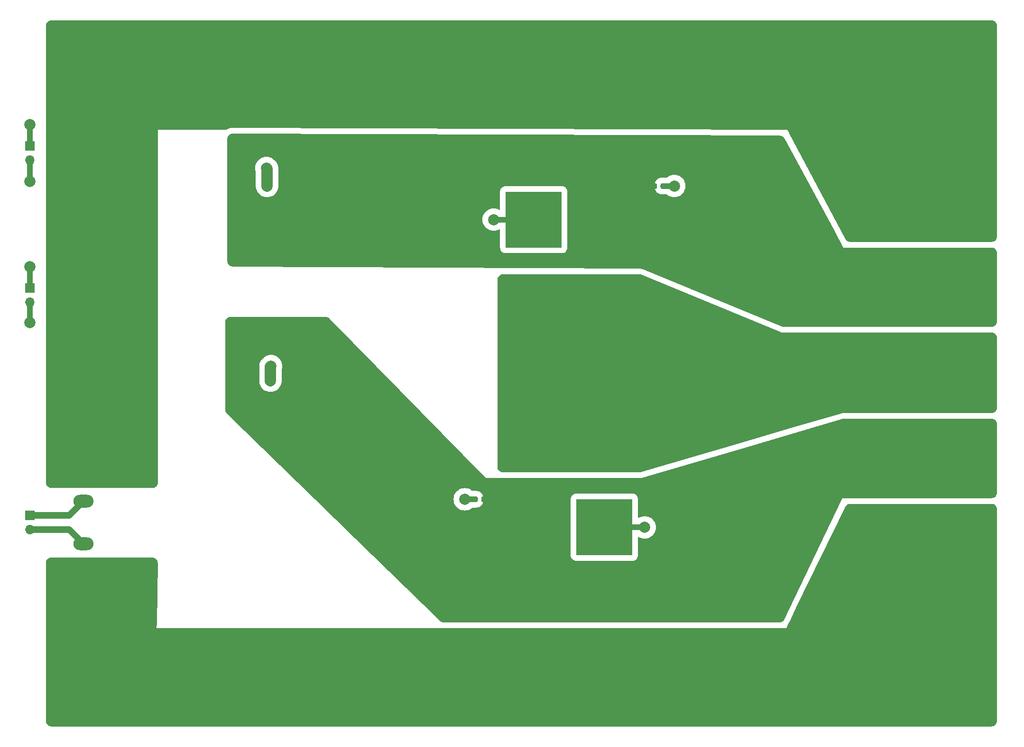
<source format=gbr>
G04 #@! TF.GenerationSoftware,KiCad,Pcbnew,7.0.7*
G04 #@! TF.CreationDate,2023-10-24T13:27:02-04:00*
G04 #@! TF.ProjectId,SchineLab_CoilFET_Board,53636869-6e65-44c6-9162-5f436f696c46,rev?*
G04 #@! TF.SameCoordinates,Original*
G04 #@! TF.FileFunction,Copper,L2,Bot*
G04 #@! TF.FilePolarity,Positive*
%FSLAX46Y46*%
G04 Gerber Fmt 4.6, Leading zero omitted, Abs format (unit mm)*
G04 Created by KiCad (PCBNEW 7.0.7) date 2023-10-24 13:27:02*
%MOMM*%
%LPD*%
G01*
G04 APERTURE LIST*
G04 Aperture macros list*
%AMRoundRect*
0 Rectangle with rounded corners*
0 $1 Rounding radius*
0 $2 $3 $4 $5 $6 $7 $8 $9 X,Y pos of 4 corners*
0 Add a 4 corners polygon primitive as box body*
4,1,4,$2,$3,$4,$5,$6,$7,$8,$9,$2,$3,0*
0 Add four circle primitives for the rounded corners*
1,1,$1+$1,$2,$3*
1,1,$1+$1,$4,$5*
1,1,$1+$1,$6,$7*
1,1,$1+$1,$8,$9*
0 Add four rect primitives between the rounded corners*
20,1,$1+$1,$2,$3,$4,$5,0*
20,1,$1+$1,$4,$5,$6,$7,0*
20,1,$1+$1,$6,$7,$8,$9,0*
20,1,$1+$1,$8,$9,$2,$3,0*%
G04 Aperture macros list end*
G04 #@! TA.AperFunction,ComponentPad*
%ADD10O,4.200000X2.500000*%
G04 #@! TD*
G04 #@! TA.AperFunction,ComponentPad*
%ADD11C,2.000000*%
G04 #@! TD*
G04 #@! TA.AperFunction,ComponentPad*
%ADD12R,10.000000X10.000000*%
G04 #@! TD*
G04 #@! TA.AperFunction,ComponentPad*
%ADD13O,4.000000X2.800000*%
G04 #@! TD*
G04 #@! TA.AperFunction,ComponentPad*
%ADD14O,3.600000X2.300000*%
G04 #@! TD*
G04 #@! TA.AperFunction,ComponentPad*
%ADD15R,1.700000X1.700000*%
G04 #@! TD*
G04 #@! TA.AperFunction,ComponentPad*
%ADD16O,1.700000X1.700000*%
G04 #@! TD*
G04 #@! TA.AperFunction,SMDPad,CuDef*
%ADD17RoundRect,0.225000X-0.225000X-0.250000X0.225000X-0.250000X0.225000X0.250000X-0.225000X0.250000X0*%
G04 #@! TD*
G04 #@! TA.AperFunction,ViaPad*
%ADD18C,2.000000*%
G04 #@! TD*
G04 #@! TA.AperFunction,Conductor*
%ADD19C,0.250000*%
G04 #@! TD*
G04 #@! TA.AperFunction,Conductor*
%ADD20C,2.000000*%
G04 #@! TD*
G04 #@! TA.AperFunction,Conductor*
%ADD21C,1.000000*%
G04 #@! TD*
G04 #@! TA.AperFunction,Conductor*
%ADD22C,1.200000*%
G04 #@! TD*
G04 APERTURE END LIST*
D10*
X192000000Y-61500000D03*
X204500000Y-61500000D03*
X192000000Y-65310000D03*
X204500000Y-65310000D03*
X192000000Y-76500000D03*
X204500000Y-76500000D03*
X192000000Y-80310000D03*
X204500000Y-80310000D03*
X192000000Y-91500001D03*
X204500000Y-91500001D03*
X192000000Y-95310001D03*
X204500000Y-95310001D03*
X192000000Y-106500001D03*
X204500000Y-106500001D03*
X192000000Y-110310001D03*
X204500000Y-110310001D03*
X192000000Y-121500002D03*
X204500000Y-121500002D03*
X192000000Y-125310002D03*
X204500000Y-125310002D03*
D11*
X84700000Y-94800000D03*
X92200000Y-94800000D03*
X91600000Y-60000000D03*
X84100000Y-60000000D03*
D12*
X131700000Y-66012000D03*
X144300000Y-66012000D03*
X131700000Y-80998000D03*
X144300000Y-80998000D03*
X144300000Y-120988000D03*
X131700000Y-120988000D03*
X144300000Y-106002000D03*
X131700000Y-106002000D03*
D13*
X51325000Y-111285000D03*
D14*
X51325000Y-116365000D03*
X51325000Y-123985000D03*
D13*
X51325000Y-129065000D03*
D15*
X41778000Y-52860000D03*
D16*
X41778000Y-55400000D03*
D15*
X41778000Y-118900000D03*
D16*
X41778000Y-121440000D03*
D17*
X153225000Y-60000000D03*
X154775000Y-60000000D03*
X121225000Y-116000000D03*
X122775000Y-116000000D03*
D15*
X41778000Y-78260000D03*
D16*
X41778000Y-80800000D03*
D18*
X195800000Y-125200000D03*
X200400000Y-125200000D03*
X200400000Y-121600000D03*
X195800000Y-121600000D03*
X47000000Y-129200000D03*
X62000000Y-129400000D03*
X59000000Y-129400000D03*
X56200000Y-129400000D03*
X119400000Y-116000000D03*
X41800000Y-49000000D03*
X156800000Y-60000000D03*
X84800000Y-92200000D03*
X41800000Y-74400000D03*
X84000000Y-56800000D03*
X124555000Y-66005000D03*
X151505000Y-121015000D03*
X41778000Y-59200000D03*
X41800000Y-84400000D03*
D19*
X84000000Y-56800000D02*
X84100000Y-56900000D01*
D20*
X84100000Y-56900000D02*
X84100000Y-60000000D01*
D19*
X84800000Y-92200000D02*
X84700000Y-92300000D01*
D20*
X84700000Y-92300000D02*
X84700000Y-94800000D01*
D21*
X121225000Y-116000000D02*
X119400000Y-116000000D01*
X154775000Y-60000000D02*
X156800000Y-60000000D01*
D19*
X121210000Y-115910000D02*
X121225000Y-115925000D01*
X156170000Y-59925000D02*
X156195000Y-59900000D01*
D21*
X41778000Y-52860000D02*
X41778000Y-49022000D01*
D19*
X41778000Y-49022000D02*
X41800000Y-49000000D01*
D21*
X41778000Y-78260000D02*
X41778000Y-74422000D01*
D19*
X41778000Y-74422000D02*
X41800000Y-74400000D01*
X140400000Y-62112000D02*
X144300000Y-66012000D01*
X124562000Y-66012000D02*
X124555000Y-66005000D01*
D21*
X131700000Y-66012000D02*
X124562000Y-66012000D01*
X144300000Y-120988000D02*
X151478000Y-120988000D01*
D22*
X48790000Y-118900000D02*
X51325000Y-116365000D01*
X41778000Y-118900000D02*
X48790000Y-118900000D01*
X41778000Y-121440000D02*
X48780000Y-121440000D01*
X48780000Y-121440000D02*
X51325000Y-123985000D01*
D21*
X41778000Y-59200000D02*
X41778000Y-55400000D01*
D19*
X41778000Y-84378000D02*
X41800000Y-84400000D01*
D21*
X41778000Y-80800000D02*
X41778000Y-84378000D01*
G04 #@! TA.AperFunction,Conductor*
G36*
X175602933Y-50997592D02*
G01*
X175609550Y-50997974D01*
X175805590Y-51019863D01*
X175831476Y-51025606D01*
X176008887Y-51085488D01*
X176032965Y-51096609D01*
X176193579Y-51192852D01*
X176214744Y-51208842D01*
X176351208Y-51337040D01*
X176368488Y-51357166D01*
X176480239Y-51519711D01*
X176483705Y-51525381D01*
X185341860Y-67929371D01*
X187000000Y-71000000D01*
X213396951Y-71000000D01*
X213403032Y-71000299D01*
X213464066Y-71006310D01*
X213582941Y-71018018D01*
X213606769Y-71022757D01*
X213771001Y-71072576D01*
X213793453Y-71081877D01*
X213944798Y-71162772D01*
X213965008Y-71176276D01*
X213981020Y-71189416D01*
X214097666Y-71285145D01*
X214114854Y-71302333D01*
X214223722Y-71434989D01*
X214237227Y-71455201D01*
X214318121Y-71606543D01*
X214327424Y-71629001D01*
X214377240Y-71793224D01*
X214381982Y-71817065D01*
X214399701Y-71996967D01*
X214400000Y-72003048D01*
X214400000Y-84196951D01*
X214399701Y-84203032D01*
X214381982Y-84382934D01*
X214377240Y-84406775D01*
X214327424Y-84570998D01*
X214318121Y-84593456D01*
X214237227Y-84744798D01*
X214223722Y-84765010D01*
X214114854Y-84897666D01*
X214097666Y-84914854D01*
X213965010Y-85023722D01*
X213944798Y-85037227D01*
X213793456Y-85118121D01*
X213770998Y-85127424D01*
X213606775Y-85177240D01*
X213582934Y-85181982D01*
X213453558Y-85194724D01*
X213435344Y-85195173D01*
X213434009Y-85195107D01*
X213409302Y-85194500D01*
X176223910Y-85194500D01*
X176176606Y-85185122D01*
X176157507Y-85177240D01*
X151358271Y-74942634D01*
X151335305Y-74933807D01*
X151306426Y-74923510D01*
X151283065Y-74915821D01*
X151215496Y-74895396D01*
X151075266Y-74853007D01*
X151027540Y-74841093D01*
X151027530Y-74841091D01*
X151027526Y-74841090D01*
X150955515Y-74826813D01*
X150906827Y-74819614D01*
X150906822Y-74819613D01*
X150906812Y-74819612D01*
X150828715Y-74811945D01*
X150800000Y-74800000D01*
X150701588Y-74799466D01*
X150690784Y-74798406D01*
X150678526Y-74797505D01*
X150666269Y-74796604D01*
X150635639Y-74795103D01*
X150611031Y-74794500D01*
X150611030Y-74794500D01*
X149785252Y-74794500D01*
X77997613Y-74405406D01*
X77991565Y-74405077D01*
X77812364Y-74386508D01*
X77788628Y-74381669D01*
X77625198Y-74331307D01*
X77602854Y-74321946D01*
X77452326Y-74240764D01*
X77432230Y-74227237D01*
X77300364Y-74118342D01*
X77283281Y-74101166D01*
X77175100Y-73968708D01*
X77161683Y-73948539D01*
X77081322Y-73797580D01*
X77072082Y-73775187D01*
X77022604Y-73611481D01*
X77017894Y-73587718D01*
X77000297Y-73408427D01*
X77000000Y-73402368D01*
X77000000Y-66005001D01*
X122549390Y-66005001D01*
X122569804Y-66290433D01*
X122630628Y-66570037D01*
X122730635Y-66838166D01*
X122867770Y-67089309D01*
X122867775Y-67089317D01*
X123039254Y-67318387D01*
X123039270Y-67318405D01*
X123241594Y-67520729D01*
X123241612Y-67520745D01*
X123470682Y-67692224D01*
X123470690Y-67692229D01*
X123721833Y-67829364D01*
X123721832Y-67829364D01*
X123721836Y-67829365D01*
X123721839Y-67829367D01*
X123989954Y-67929369D01*
X123989960Y-67929370D01*
X123989962Y-67929371D01*
X124269566Y-67990195D01*
X124269568Y-67990195D01*
X124269572Y-67990196D01*
X124523220Y-68008337D01*
X124554999Y-68010610D01*
X124555000Y-68010610D01*
X124555001Y-68010610D01*
X124583595Y-68008564D01*
X124840428Y-67990196D01*
X125120046Y-67929369D01*
X125388161Y-67829367D01*
X125516075Y-67759520D01*
X125584345Y-67744669D01*
X125649810Y-67769085D01*
X125691681Y-67825019D01*
X125699500Y-67868353D01*
X125699501Y-71070032D01*
X125699501Y-71070033D01*
X125710113Y-71189415D01*
X125766089Y-71385045D01*
X125766090Y-71385048D01*
X125766091Y-71385049D01*
X125860302Y-71565407D01*
X125860304Y-71565409D01*
X125988890Y-71723109D01*
X126074880Y-71793224D01*
X126146593Y-71851698D01*
X126326951Y-71945909D01*
X126522582Y-72001886D01*
X126641963Y-72012500D01*
X126641964Y-72012499D01*
X126641965Y-72012500D01*
X126641966Y-72012500D01*
X131072000Y-72012499D01*
X136758036Y-72012499D01*
X136877418Y-72001886D01*
X137073049Y-71945909D01*
X137253407Y-71851698D01*
X137411109Y-71723109D01*
X137539698Y-71565407D01*
X137633909Y-71385049D01*
X137689886Y-71189418D01*
X137700500Y-71070037D01*
X137700499Y-60953964D01*
X137689886Y-60834582D01*
X137633909Y-60638951D01*
X137539698Y-60458593D01*
X137467145Y-60369614D01*
X137411109Y-60300890D01*
X137253409Y-60172304D01*
X137253410Y-60172304D01*
X137253407Y-60172302D01*
X137161577Y-60124334D01*
X153274500Y-60124334D01*
X153315428Y-60369614D01*
X153327882Y-60405888D01*
X153334218Y-60436418D01*
X153334695Y-60442480D01*
X153388596Y-60656395D01*
X153479826Y-60857243D01*
X153605449Y-61038568D01*
X153761432Y-61194550D01*
X153761431Y-61194550D01*
X153942756Y-61320173D01*
X153942757Y-61320173D01*
X153942761Y-61320176D01*
X154076875Y-61381093D01*
X154143604Y-61411403D01*
X154143605Y-61411403D01*
X154143607Y-61411404D01*
X154357515Y-61465304D01*
X154479729Y-61474922D01*
X154500426Y-61478332D01*
X154527179Y-61485108D01*
X154527184Y-61485108D01*
X154527186Y-61485109D01*
X154660376Y-61496145D01*
X154712933Y-61500500D01*
X155424977Y-61500500D01*
X155492016Y-61520185D01*
X155499287Y-61525233D01*
X155715682Y-61687224D01*
X155715690Y-61687229D01*
X155966833Y-61824364D01*
X155966832Y-61824364D01*
X155966836Y-61824365D01*
X155966839Y-61824367D01*
X156234954Y-61924369D01*
X156234960Y-61924370D01*
X156234962Y-61924371D01*
X156514566Y-61985195D01*
X156514568Y-61985195D01*
X156514572Y-61985196D01*
X156768220Y-62003337D01*
X156799999Y-62005610D01*
X156800000Y-62005610D01*
X156800001Y-62005610D01*
X156828595Y-62003564D01*
X157085428Y-61985196D01*
X157365046Y-61924369D01*
X157633161Y-61824367D01*
X157884315Y-61687226D01*
X158113395Y-61515739D01*
X158315739Y-61313395D01*
X158487226Y-61084315D01*
X158624367Y-60833161D01*
X158724369Y-60565046D01*
X158747527Y-60458590D01*
X158785195Y-60285433D01*
X158785195Y-60285432D01*
X158785196Y-60285428D01*
X158805610Y-60000000D01*
X158785196Y-59714572D01*
X158755757Y-59579244D01*
X158724371Y-59434962D01*
X158724370Y-59434960D01*
X158724369Y-59434954D01*
X158624367Y-59166839D01*
X158611219Y-59142761D01*
X158487229Y-58915690D01*
X158487224Y-58915682D01*
X158315745Y-58686612D01*
X158315729Y-58686594D01*
X158113405Y-58484270D01*
X158113387Y-58484254D01*
X157884317Y-58312775D01*
X157884309Y-58312770D01*
X157633166Y-58175635D01*
X157633167Y-58175635D01*
X157525915Y-58135632D01*
X157365046Y-58075631D01*
X157365043Y-58075630D01*
X157365037Y-58075628D01*
X157085433Y-58014804D01*
X156800001Y-57994390D01*
X156799999Y-57994390D01*
X156514566Y-58014804D01*
X156234962Y-58075628D01*
X155966833Y-58175635D01*
X155715690Y-58312770D01*
X155715682Y-58312775D01*
X155499287Y-58474767D01*
X155433823Y-58499184D01*
X155424977Y-58499500D01*
X154712933Y-58499500D01*
X154666890Y-58503315D01*
X154527185Y-58514891D01*
X154527176Y-58514892D01*
X154504534Y-58520625D01*
X154500417Y-58521668D01*
X154479710Y-58525080D01*
X154357514Y-58534696D01*
X154143604Y-58588596D01*
X153942756Y-58679826D01*
X153761431Y-58805449D01*
X153605449Y-58961431D01*
X153479826Y-59142756D01*
X153388596Y-59343604D01*
X153334696Y-59557515D01*
X153334219Y-59563577D01*
X153327883Y-59594104D01*
X153315431Y-59630377D01*
X153315427Y-59630391D01*
X153274500Y-59875665D01*
X153274500Y-60124334D01*
X137161577Y-60124334D01*
X137073049Y-60078091D01*
X137073048Y-60078090D01*
X137073045Y-60078089D01*
X136953074Y-60043762D01*
X136877418Y-60022114D01*
X136877415Y-60022113D01*
X136877413Y-60022113D01*
X136786983Y-60014073D01*
X136758037Y-60011500D01*
X136758035Y-60011500D01*
X136758034Y-60011500D01*
X132420169Y-60011500D01*
X126641964Y-60011501D01*
X126612727Y-60014100D01*
X126522584Y-60022113D01*
X126326954Y-60078089D01*
X126238423Y-60124334D01*
X126146593Y-60172302D01*
X126146591Y-60172303D01*
X126146590Y-60172304D01*
X125988890Y-60300890D01*
X125860304Y-60458590D01*
X125766089Y-60638954D01*
X125751672Y-60689342D01*
X125710928Y-60831739D01*
X125710114Y-60834583D01*
X125710113Y-60834586D01*
X125699500Y-60953965D01*
X125699500Y-60953966D01*
X125699499Y-64141646D01*
X125679814Y-64208685D01*
X125627010Y-64254440D01*
X125557852Y-64264384D01*
X125516072Y-64250478D01*
X125388166Y-64180635D01*
X125388167Y-64180635D01*
X125280914Y-64140632D01*
X125120046Y-64080631D01*
X125120043Y-64080630D01*
X125120037Y-64080628D01*
X124840433Y-64019804D01*
X124555001Y-63999390D01*
X124554999Y-63999390D01*
X124269566Y-64019804D01*
X123989962Y-64080628D01*
X123721833Y-64180635D01*
X123470690Y-64317770D01*
X123470682Y-64317775D01*
X123241612Y-64489254D01*
X123241594Y-64489270D01*
X123039270Y-64691594D01*
X123039254Y-64691612D01*
X122867775Y-64920682D01*
X122867770Y-64920690D01*
X122730635Y-65171833D01*
X122630628Y-65439962D01*
X122569804Y-65719566D01*
X122549390Y-66004998D01*
X122549390Y-66005001D01*
X77000000Y-66005001D01*
X77000000Y-56800001D01*
X81994390Y-56800001D01*
X82014804Y-57085433D01*
X82075629Y-57365039D01*
X82075631Y-57365046D01*
X82091682Y-57408080D01*
X82099500Y-57451413D01*
X82099500Y-59926338D01*
X82099342Y-59930762D01*
X82094390Y-59999998D01*
X82094390Y-60000002D01*
X82099062Y-60065336D01*
X82099063Y-60065343D01*
X82114804Y-60285433D01*
X82175628Y-60565037D01*
X82175630Y-60565043D01*
X82175631Y-60565046D01*
X82209702Y-60656393D01*
X82275635Y-60833166D01*
X82412770Y-61084309D01*
X82412775Y-61084317D01*
X82584254Y-61313387D01*
X82584270Y-61313405D01*
X82786594Y-61515729D01*
X82786612Y-61515745D01*
X83015682Y-61687224D01*
X83015690Y-61687229D01*
X83266833Y-61824364D01*
X83266832Y-61824364D01*
X83266836Y-61824365D01*
X83266839Y-61824367D01*
X83534954Y-61924369D01*
X83534960Y-61924370D01*
X83534962Y-61924371D01*
X83814566Y-61985195D01*
X83814568Y-61985195D01*
X83814572Y-61985196D01*
X84068220Y-62003337D01*
X84099999Y-62005610D01*
X84100000Y-62005610D01*
X84100001Y-62005610D01*
X84128595Y-62003564D01*
X84385428Y-61985196D01*
X84665046Y-61924369D01*
X84933161Y-61824367D01*
X85184315Y-61687226D01*
X85413395Y-61515739D01*
X85615739Y-61313395D01*
X85787226Y-61084315D01*
X85924367Y-60833161D01*
X86024369Y-60565046D01*
X86047527Y-60458590D01*
X86085195Y-60285433D01*
X86085195Y-60285432D01*
X86085196Y-60285428D01*
X86100500Y-60071448D01*
X86100500Y-60071447D01*
X86105610Y-60000000D01*
X86100657Y-59930760D01*
X86100500Y-59926338D01*
X86100500Y-56828552D01*
X86098458Y-56799998D01*
X86085196Y-56614572D01*
X86063442Y-56514572D01*
X86024371Y-56334962D01*
X86024370Y-56334960D01*
X86024369Y-56334954D01*
X85924367Y-56066839D01*
X85869759Y-55966833D01*
X85787229Y-55815690D01*
X85787224Y-55815682D01*
X85615745Y-55586612D01*
X85615729Y-55586594D01*
X85395954Y-55366820D01*
X85313401Y-55284267D01*
X85313400Y-55284266D01*
X85313395Y-55284261D01*
X85313383Y-55284252D01*
X85084317Y-55112775D01*
X85084309Y-55112770D01*
X84833166Y-54975635D01*
X84833167Y-54975635D01*
X84725914Y-54935632D01*
X84565046Y-54875631D01*
X84565043Y-54875630D01*
X84565037Y-54875628D01*
X84285433Y-54814804D01*
X84000001Y-54794390D01*
X83999999Y-54794390D01*
X83714566Y-54814804D01*
X83434962Y-54875628D01*
X83166833Y-54975635D01*
X82915690Y-55112770D01*
X82915682Y-55112775D01*
X82686612Y-55284254D01*
X82686594Y-55284270D01*
X82484270Y-55486594D01*
X82484254Y-55486612D01*
X82312775Y-55715682D01*
X82312770Y-55715690D01*
X82175635Y-55966833D01*
X82075628Y-56234962D01*
X82014804Y-56514566D01*
X81994390Y-56799998D01*
X81994390Y-56800001D01*
X77000000Y-56800001D01*
X77000000Y-51607096D01*
X77000300Y-51601000D01*
X77007767Y-51525381D01*
X77018110Y-51420629D01*
X77022874Y-51396748D01*
X77072944Y-51232137D01*
X77082291Y-51209638D01*
X77163586Y-51058006D01*
X77177155Y-51037764D01*
X77286536Y-50904960D01*
X77303804Y-50887762D01*
X77356955Y-50844342D01*
X77437047Y-50778916D01*
X77457336Y-50765433D01*
X77609300Y-50684748D01*
X77631832Y-50675494D01*
X77796653Y-50626085D01*
X77820551Y-50621419D01*
X78001011Y-50604335D01*
X78007079Y-50604061D01*
X175602933Y-50997592D01*
G37*
G04 #@! TD.AperFunction*
G04 #@! TA.AperFunction,Conductor*
G36*
X150604782Y-75800297D02*
G01*
X150675860Y-75807274D01*
X150784104Y-75817900D01*
X150807865Y-75822611D01*
X150980349Y-75874750D01*
X150986057Y-75876785D01*
X158731263Y-79073219D01*
X175816743Y-86124371D01*
X175816750Y-86124373D01*
X176000000Y-86200000D01*
X213396951Y-86200000D01*
X213403032Y-86200299D01*
X213464066Y-86206310D01*
X213582941Y-86218018D01*
X213606769Y-86222757D01*
X213771001Y-86272576D01*
X213793453Y-86281877D01*
X213944798Y-86362772D01*
X213965010Y-86376277D01*
X214097666Y-86485145D01*
X214114854Y-86502333D01*
X214223722Y-86634989D01*
X214237227Y-86655201D01*
X214318121Y-86806543D01*
X214327424Y-86829001D01*
X214377240Y-86993224D01*
X214381982Y-87017065D01*
X214399700Y-87196967D01*
X214399999Y-87203048D01*
X214399999Y-99596951D01*
X214399700Y-99603032D01*
X214381982Y-99782934D01*
X214377240Y-99806775D01*
X214327424Y-99970998D01*
X214318121Y-99993456D01*
X214237227Y-100144798D01*
X214223722Y-100165010D01*
X214114854Y-100297666D01*
X214097666Y-100314854D01*
X213965010Y-100423722D01*
X213944798Y-100437227D01*
X213793456Y-100518121D01*
X213770998Y-100527424D01*
X213606775Y-100577240D01*
X213582934Y-100581982D01*
X213403032Y-100599701D01*
X213396951Y-100600000D01*
X186800000Y-100600000D01*
X186662389Y-100640294D01*
X186662377Y-100640297D01*
X186662378Y-100640297D01*
X178348125Y-103074857D01*
X168699999Y-105899999D01*
X150739723Y-111159085D01*
X150735463Y-111160170D01*
X150607194Y-111187998D01*
X150589728Y-111190503D01*
X150458802Y-111199843D01*
X150454389Y-111200000D01*
X126203049Y-111200000D01*
X126196968Y-111199701D01*
X126017065Y-111181982D01*
X125993224Y-111177240D01*
X125829001Y-111127424D01*
X125806543Y-111118121D01*
X125655201Y-111037227D01*
X125634989Y-111023722D01*
X125502333Y-110914854D01*
X125485145Y-110897666D01*
X125376277Y-110765010D01*
X125362772Y-110744798D01*
X125281878Y-110593456D01*
X125272575Y-110570998D01*
X125222757Y-110406769D01*
X125218018Y-110382941D01*
X125200297Y-110203019D01*
X125200000Y-110196971D01*
X125200000Y-76803027D01*
X125200297Y-76796981D01*
X125218018Y-76617056D01*
X125222757Y-76593232D01*
X125272577Y-76428994D01*
X125281875Y-76406549D01*
X125362775Y-76255195D01*
X125376272Y-76234995D01*
X125485149Y-76102328D01*
X125502328Y-76085149D01*
X125634995Y-75976272D01*
X125655195Y-75962775D01*
X125806549Y-75881875D01*
X125828994Y-75872577D01*
X125993232Y-75822757D01*
X126017056Y-75818018D01*
X126131501Y-75806746D01*
X126196969Y-75800299D01*
X126203049Y-75800000D01*
X150598721Y-75800000D01*
X150604782Y-75800297D01*
G37*
G04 #@! TD.AperFunction*
G04 #@! TA.AperFunction,Conductor*
G36*
X213403032Y-30400299D02*
G01*
X213464067Y-30406310D01*
X213582941Y-30418018D01*
X213606769Y-30422757D01*
X213771001Y-30472576D01*
X213793453Y-30481877D01*
X213944798Y-30562772D01*
X213965010Y-30576277D01*
X214097666Y-30685145D01*
X214114854Y-30702333D01*
X214223722Y-30834989D01*
X214237227Y-30855201D01*
X214318121Y-31006543D01*
X214327424Y-31029001D01*
X214377240Y-31193224D01*
X214381982Y-31217065D01*
X214399701Y-31396967D01*
X214400000Y-31403048D01*
X214400000Y-68996951D01*
X214399701Y-69003032D01*
X214381982Y-69182934D01*
X214377240Y-69206775D01*
X214327424Y-69370998D01*
X214318121Y-69393456D01*
X214237227Y-69544798D01*
X214223722Y-69565010D01*
X214114854Y-69697666D01*
X214097666Y-69714854D01*
X213965010Y-69823722D01*
X213944798Y-69837227D01*
X213793456Y-69918121D01*
X213770998Y-69927424D01*
X213606775Y-69977240D01*
X213582934Y-69981982D01*
X213453558Y-69994724D01*
X213435344Y-69995173D01*
X213434009Y-69995107D01*
X213409302Y-69994500D01*
X188154567Y-69994500D01*
X188147858Y-69994136D01*
X188000182Y-69978073D01*
X187973993Y-69972308D01*
X187794611Y-69911860D01*
X187770273Y-69900598D01*
X187608088Y-69803000D01*
X187586741Y-69786769D01*
X187449330Y-69656582D01*
X187431971Y-69636142D01*
X187320081Y-69471074D01*
X187316618Y-69465317D01*
X177327173Y-50617309D01*
X177281804Y-50531706D01*
X177000000Y-50000000D01*
X176398231Y-50000000D01*
X176398230Y-50000000D01*
X175736362Y-50000000D01*
X175729484Y-49999617D01*
X175707753Y-49997191D01*
X175680935Y-49994921D01*
X175664179Y-49993953D01*
X175647425Y-49992986D01*
X175620471Y-49992155D01*
X77998776Y-49598519D01*
X77974066Y-49599027D01*
X77943281Y-49600417D01*
X77918573Y-49602144D01*
X77918574Y-49602144D01*
X77701146Y-49622727D01*
X77701141Y-49622727D01*
X77701138Y-49622728D01*
X77690689Y-49624239D01*
X77652159Y-49629811D01*
X77608672Y-49638301D01*
X77579680Y-49643962D01*
X77579681Y-49643962D01*
X77556816Y-49649606D01*
X77531630Y-49655824D01*
X77531623Y-49655826D01*
X77531622Y-49655826D01*
X77319398Y-49719446D01*
X77272726Y-49735979D01*
X77272727Y-49735979D01*
X77246097Y-49746916D01*
X77204414Y-49764036D01*
X77176406Y-49777183D01*
X77159632Y-49785058D01*
X77159628Y-49785060D01*
X77159624Y-49785062D01*
X76963950Y-49888955D01*
X76921427Y-49914290D01*
X76900152Y-49928427D01*
X76859916Y-49955166D01*
X76831990Y-49975774D01*
X76766360Y-49999742D01*
X76758362Y-50000000D01*
X65600003Y-50000000D01*
X65600000Y-50000000D01*
X64600000Y-50000000D01*
X64600000Y-51000000D01*
X64600000Y-51000003D01*
X64600000Y-112996951D01*
X64599701Y-113003032D01*
X64581982Y-113182934D01*
X64577240Y-113206775D01*
X64527424Y-113370998D01*
X64518121Y-113393456D01*
X64437227Y-113544798D01*
X64423722Y-113565010D01*
X64314854Y-113697666D01*
X64297666Y-113714854D01*
X64165010Y-113823722D01*
X64144798Y-113837227D01*
X63993456Y-113918121D01*
X63970998Y-113927424D01*
X63806775Y-113977240D01*
X63782934Y-113981982D01*
X63603032Y-113999701D01*
X63596951Y-114000000D01*
X45603049Y-114000000D01*
X45596968Y-113999701D01*
X45417065Y-113981982D01*
X45393224Y-113977240D01*
X45229001Y-113927424D01*
X45206543Y-113918121D01*
X45055201Y-113837227D01*
X45034989Y-113823722D01*
X44902333Y-113714854D01*
X44885145Y-113697666D01*
X44776277Y-113565010D01*
X44762772Y-113544798D01*
X44681878Y-113393456D01*
X44672575Y-113370998D01*
X44622757Y-113206769D01*
X44618018Y-113182941D01*
X44600299Y-113003032D01*
X44600000Y-112996951D01*
X44600000Y-31403048D01*
X44600299Y-31396967D01*
X44604706Y-31352213D01*
X44618018Y-31217056D01*
X44622757Y-31193232D01*
X44672577Y-31028994D01*
X44681875Y-31006549D01*
X44762775Y-30855195D01*
X44776272Y-30834995D01*
X44885149Y-30702328D01*
X44902328Y-30685149D01*
X45034995Y-30576272D01*
X45055195Y-30562775D01*
X45206549Y-30481875D01*
X45228994Y-30472577D01*
X45393232Y-30422757D01*
X45417056Y-30418018D01*
X45531501Y-30406746D01*
X45596969Y-30400299D01*
X45603049Y-30400000D01*
X213396951Y-30400000D01*
X213403032Y-30400299D01*
G37*
G04 #@! TD.AperFunction*
G04 #@! TA.AperFunction,Conductor*
G36*
X213453555Y-116805274D02*
G01*
X213582943Y-116818018D01*
X213606767Y-116822757D01*
X213771001Y-116872576D01*
X213793453Y-116881877D01*
X213944798Y-116962772D01*
X213965010Y-116976277D01*
X214097666Y-117085145D01*
X214114854Y-117102333D01*
X214223722Y-117234989D01*
X214237227Y-117255201D01*
X214318121Y-117406543D01*
X214327424Y-117429001D01*
X214377240Y-117593224D01*
X214381982Y-117617065D01*
X214399701Y-117796967D01*
X214400000Y-117803048D01*
X214400000Y-155596951D01*
X214399701Y-155603032D01*
X214381982Y-155782934D01*
X214377240Y-155806775D01*
X214327424Y-155970998D01*
X214318121Y-155993456D01*
X214237227Y-156144798D01*
X214223722Y-156165010D01*
X214114854Y-156297666D01*
X214097666Y-156314854D01*
X213965010Y-156423722D01*
X213944798Y-156437227D01*
X213793456Y-156518121D01*
X213770998Y-156527424D01*
X213606775Y-156577240D01*
X213582934Y-156581982D01*
X213403032Y-156599701D01*
X213396951Y-156600000D01*
X45603049Y-156600000D01*
X45596968Y-156599701D01*
X45417065Y-156581982D01*
X45393224Y-156577240D01*
X45229001Y-156527424D01*
X45206543Y-156518121D01*
X45055201Y-156437227D01*
X45034989Y-156423722D01*
X44902333Y-156314854D01*
X44885145Y-156297666D01*
X44776277Y-156165010D01*
X44762772Y-156144798D01*
X44681878Y-155993456D01*
X44672575Y-155970998D01*
X44622757Y-155806769D01*
X44618018Y-155782941D01*
X44600299Y-155603032D01*
X44600000Y-155596951D01*
X44600000Y-127403048D01*
X44600299Y-127396967D01*
X44604706Y-127352213D01*
X44618018Y-127217056D01*
X44622757Y-127193232D01*
X44672577Y-127028994D01*
X44681875Y-127006549D01*
X44762775Y-126855195D01*
X44776272Y-126834995D01*
X44885149Y-126702328D01*
X44902328Y-126685149D01*
X45034995Y-126576272D01*
X45055195Y-126562775D01*
X45206549Y-126481875D01*
X45228994Y-126472577D01*
X45393232Y-126422757D01*
X45417056Y-126418018D01*
X45531501Y-126406746D01*
X45596969Y-126400299D01*
X45603049Y-126400000D01*
X63580920Y-126400000D01*
X63587062Y-126400305D01*
X63664267Y-126407986D01*
X63768766Y-126418383D01*
X63792827Y-126423218D01*
X63958550Y-126474029D01*
X63981198Y-126483515D01*
X64133663Y-126565985D01*
X64153988Y-126579741D01*
X64287217Y-126690636D01*
X64304433Y-126708127D01*
X64385276Y-126808448D01*
X64413199Y-126843098D01*
X64426636Y-126863647D01*
X64506673Y-127017397D01*
X64515799Y-127040192D01*
X64563972Y-127206698D01*
X64568427Y-127230843D01*
X64583619Y-127412805D01*
X64583826Y-127418952D01*
X64416124Y-137984118D01*
X64416124Y-137984134D01*
X64400000Y-139000000D01*
X65416002Y-139000000D01*
X115498181Y-139000000D01*
X115504159Y-139000289D01*
X115518723Y-139001699D01*
X115542916Y-139003453D01*
X115542917Y-139003453D01*
X115573135Y-139004914D01*
X115585271Y-139005207D01*
X115597406Y-139005500D01*
X115597407Y-139005500D01*
X175578231Y-139005500D01*
X175601835Y-139004946D01*
X175631192Y-139003566D01*
X175632795Y-139003453D01*
X175654672Y-139001911D01*
X175659647Y-139001443D01*
X175672090Y-139000273D01*
X175677899Y-139000000D01*
X176174420Y-139000000D01*
X176174430Y-139000000D01*
X176800000Y-139000000D01*
X177218306Y-138140148D01*
X177222393Y-138133000D01*
X177232268Y-138118129D01*
X177339118Y-137939571D01*
X177350751Y-137919053D01*
X177364644Y-137893154D01*
X177375292Y-137872134D01*
X178785144Y-134919423D01*
X187113514Y-117800000D01*
X187325070Y-117365135D01*
X187327836Y-117360063D01*
X187403824Y-117234989D01*
X187416933Y-117213410D01*
X187430687Y-117194904D01*
X187539602Y-117073756D01*
X187556542Y-117058121D01*
X187686026Y-116959242D01*
X187705564Y-116947020D01*
X187851119Y-116873842D01*
X187872592Y-116865447D01*
X188029184Y-116820503D01*
X188051840Y-116816232D01*
X188163829Y-116805768D01*
X188169596Y-116805500D01*
X213409302Y-116805500D01*
X213433996Y-116804893D01*
X213435313Y-116804828D01*
X213453555Y-116805274D01*
G37*
G04 #@! TD.AperFunction*
G04 #@! TA.AperFunction,Conductor*
G36*
X94582679Y-83400307D02*
G01*
X94690386Y-83411057D01*
X94764960Y-83418501D01*
X94789105Y-83423370D01*
X94872212Y-83448938D01*
X94955322Y-83474508D01*
X94978025Y-83484053D01*
X95122995Y-83562772D01*
X95130844Y-83567034D01*
X95151217Y-83580880D01*
X95291752Y-83698397D01*
X95296271Y-83702574D01*
X107814578Y-96487229D01*
X122905872Y-111899615D01*
X122905882Y-111899624D01*
X123200000Y-112200000D01*
X150656602Y-112200000D01*
X150656605Y-112200000D01*
X150800000Y-112200000D01*
X150937593Y-112159709D01*
X150937623Y-112159703D01*
X150937622Y-112159703D01*
X168900000Y-106900000D01*
X186860275Y-101640913D01*
X186864536Y-101639829D01*
X186888700Y-101634586D01*
X186992817Y-101611999D01*
X187010260Y-101609497D01*
X187123053Y-101601451D01*
X187141199Y-101600157D01*
X187145611Y-101600000D01*
X213396951Y-101600000D01*
X213403032Y-101600299D01*
X213464067Y-101606310D01*
X213582941Y-101618018D01*
X213606769Y-101622757D01*
X213771001Y-101672576D01*
X213793453Y-101681877D01*
X213944798Y-101762772D01*
X213965010Y-101776277D01*
X214097666Y-101885145D01*
X214114854Y-101902333D01*
X214223722Y-102034989D01*
X214237227Y-102055201D01*
X214318121Y-102206543D01*
X214327424Y-102229001D01*
X214377240Y-102393224D01*
X214381982Y-102417065D01*
X214399701Y-102596967D01*
X214400000Y-102603048D01*
X214400000Y-114796951D01*
X214399701Y-114803032D01*
X214381982Y-114982934D01*
X214377240Y-115006775D01*
X214327424Y-115170998D01*
X214318121Y-115193456D01*
X214237227Y-115344798D01*
X214223722Y-115365010D01*
X214114854Y-115497666D01*
X214097666Y-115514854D01*
X213965010Y-115623722D01*
X213944798Y-115637227D01*
X213793456Y-115718121D01*
X213770998Y-115727424D01*
X213606775Y-115777240D01*
X213582934Y-115781982D01*
X213403032Y-115799701D01*
X213396951Y-115800000D01*
X186800000Y-115800000D01*
X186528258Y-116369117D01*
X186528259Y-116369117D01*
X186528257Y-116369121D01*
X176472996Y-137428252D01*
X176470247Y-137433377D01*
X176381562Y-137581579D01*
X176367824Y-137600301D01*
X176258882Y-137722823D01*
X176241893Y-137738657D01*
X176112014Y-137838718D01*
X176092372Y-137851106D01*
X175946109Y-137925198D01*
X175924501Y-137933706D01*
X175766993Y-137979225D01*
X175744178Y-137983555D01*
X175572234Y-137999727D01*
X175566425Y-138000000D01*
X115609547Y-138000000D01*
X115603567Y-137999711D01*
X115426624Y-137982577D01*
X115403165Y-137977990D01*
X115241444Y-137929800D01*
X115219300Y-137920798D01*
X115069820Y-137842468D01*
X115049816Y-137829385D01*
X114911117Y-137718198D01*
X114906632Y-137714233D01*
X99822221Y-123020610D01*
X92614894Y-116000001D01*
X117394390Y-116000001D01*
X117414804Y-116285433D01*
X117475628Y-116565037D01*
X117575635Y-116833166D01*
X117712770Y-117084309D01*
X117712775Y-117084317D01*
X117884254Y-117313387D01*
X117884270Y-117313405D01*
X118086594Y-117515729D01*
X118086612Y-117515745D01*
X118315682Y-117687224D01*
X118315690Y-117687229D01*
X118566833Y-117824364D01*
X118566832Y-117824364D01*
X118566836Y-117824365D01*
X118566839Y-117824367D01*
X118834954Y-117924369D01*
X118834960Y-117924370D01*
X118834962Y-117924371D01*
X119114566Y-117985195D01*
X119114568Y-117985195D01*
X119114572Y-117985196D01*
X119368220Y-118003337D01*
X119399999Y-118005610D01*
X119400000Y-118005610D01*
X119400001Y-118005610D01*
X119428595Y-118003564D01*
X119685428Y-117985196D01*
X119965046Y-117924369D01*
X120233161Y-117824367D01*
X120484315Y-117687226D01*
X120607363Y-117595113D01*
X120700713Y-117525233D01*
X120766177Y-117500816D01*
X120775023Y-117500500D01*
X121287065Y-117500500D01*
X121287067Y-117500500D01*
X121348284Y-117495427D01*
X121472813Y-117485109D01*
X121472815Y-117485108D01*
X121472821Y-117485108D01*
X121499579Y-117478331D01*
X121520284Y-117474920D01*
X121642485Y-117465304D01*
X121856393Y-117411404D01*
X122057239Y-117320176D01*
X122238567Y-117194551D01*
X122394551Y-117038567D01*
X122520176Y-116857239D01*
X122611404Y-116656393D01*
X122665304Y-116442485D01*
X122665780Y-116436424D01*
X122672117Y-116405890D01*
X122684571Y-116369614D01*
X122725500Y-116124335D01*
X122725500Y-115929966D01*
X138299500Y-115929966D01*
X138299501Y-126046032D01*
X138299501Y-126046033D01*
X138310113Y-126165415D01*
X138366089Y-126361045D01*
X138366090Y-126361048D01*
X138366091Y-126361049D01*
X138460302Y-126541407D01*
X138460304Y-126541409D01*
X138588890Y-126699109D01*
X138671221Y-126766240D01*
X138746593Y-126827698D01*
X138926951Y-126921909D01*
X139122582Y-126977886D01*
X139241963Y-126988500D01*
X139241964Y-126988499D01*
X139241965Y-126988500D01*
X139241966Y-126988500D01*
X143505115Y-126988499D01*
X149358036Y-126988499D01*
X149477418Y-126977886D01*
X149673049Y-126921909D01*
X149853407Y-126827698D01*
X150011109Y-126699109D01*
X150139698Y-126541407D01*
X150233909Y-126361049D01*
X150289886Y-126165418D01*
X150300500Y-126046037D01*
X150300499Y-122845589D01*
X150320184Y-122778551D01*
X150372988Y-122732796D01*
X150442146Y-122722852D01*
X150483924Y-122736757D01*
X150560463Y-122778551D01*
X150671833Y-122839364D01*
X150671832Y-122839364D01*
X150671836Y-122839365D01*
X150671839Y-122839367D01*
X150939954Y-122939369D01*
X150939960Y-122939370D01*
X150939962Y-122939371D01*
X151219566Y-123000195D01*
X151219568Y-123000195D01*
X151219572Y-123000196D01*
X151473220Y-123018337D01*
X151504999Y-123020610D01*
X151505000Y-123020610D01*
X151505001Y-123020610D01*
X151533595Y-123018564D01*
X151790428Y-123000196D01*
X152070046Y-122939369D01*
X152338161Y-122839367D01*
X152589315Y-122702226D01*
X152818395Y-122530739D01*
X153020739Y-122328395D01*
X153192226Y-122099315D01*
X153329367Y-121848161D01*
X153429369Y-121580046D01*
X153490196Y-121300428D01*
X153510610Y-121015000D01*
X153490196Y-120729572D01*
X153429369Y-120449954D01*
X153329367Y-120181839D01*
X153318568Y-120162063D01*
X153192229Y-119930690D01*
X153192224Y-119930682D01*
X153020745Y-119701612D01*
X153020729Y-119701594D01*
X152818405Y-119499270D01*
X152818387Y-119499254D01*
X152589317Y-119327775D01*
X152589309Y-119327770D01*
X152338166Y-119190635D01*
X152338167Y-119190635D01*
X152230914Y-119150632D01*
X152070046Y-119090631D01*
X152070043Y-119090630D01*
X152070037Y-119090628D01*
X151790433Y-119029804D01*
X151505001Y-119009390D01*
X151504999Y-119009390D01*
X151219566Y-119029804D01*
X150939962Y-119090628D01*
X150671833Y-119190635D01*
X150483926Y-119293241D01*
X150415653Y-119308093D01*
X150350189Y-119283676D01*
X150308317Y-119227743D01*
X150300499Y-119184409D01*
X150300499Y-115929967D01*
X150289886Y-115810584D01*
X150289886Y-115810583D01*
X150289886Y-115810582D01*
X150233909Y-115614951D01*
X150139698Y-115434593D01*
X150065509Y-115343607D01*
X150011109Y-115276890D01*
X149853409Y-115148304D01*
X149853410Y-115148304D01*
X149853407Y-115148302D01*
X149673049Y-115054091D01*
X149673048Y-115054090D01*
X149673045Y-115054089D01*
X149555829Y-115020550D01*
X149477418Y-114998114D01*
X149477415Y-114998113D01*
X149477413Y-114998113D01*
X149386983Y-114990073D01*
X149358037Y-114987500D01*
X149358035Y-114987500D01*
X149358034Y-114987500D01*
X145003081Y-114987500D01*
X139241964Y-114987501D01*
X139212727Y-114990100D01*
X139122584Y-114998113D01*
X138926954Y-115054089D01*
X138836771Y-115101196D01*
X138746593Y-115148302D01*
X138746591Y-115148303D01*
X138746590Y-115148304D01*
X138588890Y-115276890D01*
X138460304Y-115434590D01*
X138460302Y-115434593D01*
X138418377Y-115514854D01*
X138366089Y-115614954D01*
X138336570Y-115718121D01*
X138313228Y-115799701D01*
X138310114Y-115810583D01*
X138310113Y-115810586D01*
X138299500Y-115929965D01*
X138299500Y-115929966D01*
X122725500Y-115929966D01*
X122725500Y-115875665D01*
X122725499Y-115875664D01*
X122684572Y-115630390D01*
X122672117Y-115594111D01*
X122665779Y-115563566D01*
X122665304Y-115557515D01*
X122611404Y-115343607D01*
X122520176Y-115142761D01*
X122425964Y-115006775D01*
X122394550Y-114961431D01*
X122238568Y-114805449D01*
X122057243Y-114679826D01*
X121856395Y-114588596D01*
X121713787Y-114552662D01*
X121642485Y-114534696D01*
X121599453Y-114531309D01*
X121520279Y-114525078D01*
X121499566Y-114521665D01*
X121472826Y-114514893D01*
X121472813Y-114514890D01*
X121307548Y-114501197D01*
X121287067Y-114499500D01*
X121287065Y-114499500D01*
X120775023Y-114499500D01*
X120707984Y-114479815D01*
X120700713Y-114474767D01*
X120484317Y-114312775D01*
X120484309Y-114312770D01*
X120233166Y-114175635D01*
X120233167Y-114175635D01*
X120125915Y-114135632D01*
X119965046Y-114075631D01*
X119965043Y-114075630D01*
X119965037Y-114075628D01*
X119685433Y-114014804D01*
X119400001Y-113994390D01*
X119399999Y-113994390D01*
X119114566Y-114014804D01*
X118834962Y-114075628D01*
X118566833Y-114175635D01*
X118315690Y-114312770D01*
X118315682Y-114312775D01*
X118086612Y-114484254D01*
X118086594Y-114484270D01*
X117884270Y-114686594D01*
X117884254Y-114686612D01*
X117712775Y-114915682D01*
X117712770Y-114915690D01*
X117575635Y-115166833D01*
X117475628Y-115434962D01*
X117414804Y-115714566D01*
X117394390Y-115999998D01*
X117394390Y-116000001D01*
X92614894Y-116000001D01*
X76904449Y-100696562D01*
X76900242Y-100692033D01*
X76782022Y-100551309D01*
X76768097Y-100530907D01*
X76684593Y-100377716D01*
X76674988Y-100354950D01*
X76671207Y-100342704D01*
X76623521Y-100188245D01*
X76618623Y-100164034D01*
X76609224Y-100070186D01*
X76600309Y-99981158D01*
X76600000Y-99974976D01*
X76600000Y-94800002D01*
X82694390Y-94800002D01*
X82699062Y-94865336D01*
X82699063Y-94865343D01*
X82714804Y-95085433D01*
X82775628Y-95365037D01*
X82775630Y-95365043D01*
X82775631Y-95365046D01*
X82875633Y-95633161D01*
X82875635Y-95633166D01*
X83012770Y-95884309D01*
X83012775Y-95884317D01*
X83184254Y-96113387D01*
X83184270Y-96113405D01*
X83386594Y-96315729D01*
X83386612Y-96315745D01*
X83615682Y-96487224D01*
X83615690Y-96487229D01*
X83866833Y-96624364D01*
X83866832Y-96624364D01*
X83866836Y-96624365D01*
X83866839Y-96624367D01*
X84134954Y-96724369D01*
X84134960Y-96724370D01*
X84134962Y-96724371D01*
X84414566Y-96785195D01*
X84414568Y-96785195D01*
X84414572Y-96785196D01*
X84668220Y-96803337D01*
X84699999Y-96805610D01*
X84700000Y-96805610D01*
X84700001Y-96805610D01*
X84728595Y-96803564D01*
X84985428Y-96785196D01*
X85072573Y-96766239D01*
X85265037Y-96724371D01*
X85265037Y-96724370D01*
X85265046Y-96724369D01*
X85533161Y-96624367D01*
X85784315Y-96487226D01*
X86013395Y-96315739D01*
X86215739Y-96113395D01*
X86387226Y-95884315D01*
X86524367Y-95633161D01*
X86624369Y-95365046D01*
X86685196Y-95085428D01*
X86700500Y-94871448D01*
X86700500Y-94871447D01*
X86705610Y-94800000D01*
X86700657Y-94730760D01*
X86700500Y-94726338D01*
X86700500Y-92851413D01*
X86708318Y-92808080D01*
X86724369Y-92765046D01*
X86785196Y-92485428D01*
X86805610Y-92200000D01*
X86785196Y-91914572D01*
X86746124Y-91734962D01*
X86724371Y-91634962D01*
X86724370Y-91634960D01*
X86724369Y-91634954D01*
X86624367Y-91366839D01*
X86541830Y-91215685D01*
X86487229Y-91115690D01*
X86487224Y-91115682D01*
X86315745Y-90886612D01*
X86315729Y-90886594D01*
X86113405Y-90684270D01*
X86113387Y-90684254D01*
X85884317Y-90512775D01*
X85884309Y-90512770D01*
X85633166Y-90375635D01*
X85633167Y-90375635D01*
X85525914Y-90335632D01*
X85365046Y-90275631D01*
X85365043Y-90275630D01*
X85365037Y-90275628D01*
X85085433Y-90214804D01*
X84800001Y-90194390D01*
X84799999Y-90194390D01*
X84514566Y-90214804D01*
X84234962Y-90275628D01*
X83966833Y-90375635D01*
X83715690Y-90512770D01*
X83715682Y-90512775D01*
X83486612Y-90684254D01*
X83386605Y-90784261D01*
X83184270Y-90986594D01*
X83184254Y-90986612D01*
X83012775Y-91215682D01*
X83012770Y-91215690D01*
X82875635Y-91466833D01*
X82775628Y-91734962D01*
X82714804Y-92014566D01*
X82699500Y-92228552D01*
X82699500Y-94726338D01*
X82699342Y-94730762D01*
X82694390Y-94799998D01*
X82694390Y-94800002D01*
X76600000Y-94800002D01*
X76600000Y-84403048D01*
X76600299Y-84396967D01*
X76604706Y-84352213D01*
X76618018Y-84217056D01*
X76622757Y-84193232D01*
X76672577Y-84028994D01*
X76681875Y-84006549D01*
X76762775Y-83855195D01*
X76776272Y-83834995D01*
X76885149Y-83702328D01*
X76902328Y-83685149D01*
X77034995Y-83576272D01*
X77055195Y-83562775D01*
X77206549Y-83481875D01*
X77228994Y-83472577D01*
X77393232Y-83422757D01*
X77417056Y-83418018D01*
X77531501Y-83406746D01*
X77596969Y-83400299D01*
X77603049Y-83400000D01*
X94576517Y-83400000D01*
X94582679Y-83400307D01*
G37*
G04 #@! TD.AperFunction*
M02*

</source>
